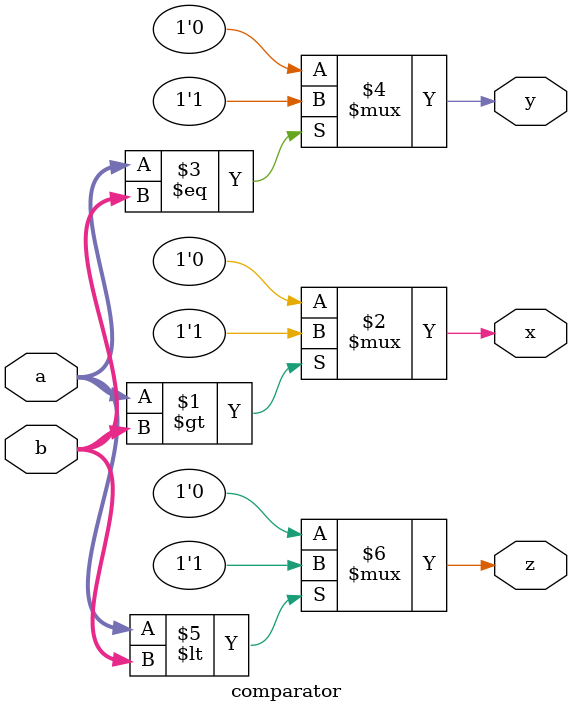
<source format=v>
`timescale 1ns / 1ps


module comparator(
input [3:0] a,b,
output x,y,z
    );
    assign x=(a>b)? 1'b1:1'b0;
    assign y=(a==b)? 1'b1:1'b0;
    assign z=(a<b)? 1'b1:1'b0;
    
endmodule

</source>
